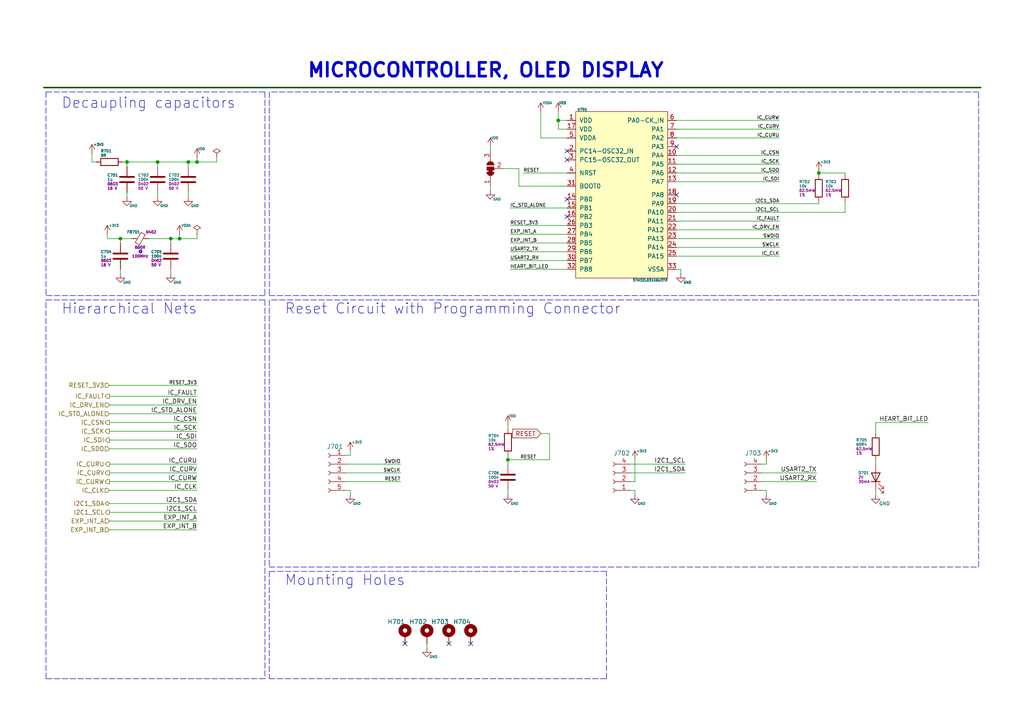
<source format=kicad_sch>
(kicad_sch (version 20211123) (generator eeschema)
  (paper "A4")
  (title_block (title "TMC6200-TA-T Eval Board") (date "2021-09-03") (rev "${REVISION}") (company "${COMPANY}") (comment 1 "${ENGINEER}") (comment 2 "${PHONE_NUMBER}") (comment 3 "${EMAIL}") (comment 4 "${SENTENCE}"))
  (lib_symbols
    (symbol "Connector:Conn_01x04_Female" (pin_names (offset 1.016) hide)
      (property "Reference" "J" (at 0 5.08 0))
      (property "Value" "Conn_01x04_Female" (at 0 -7.62 0))
      (symbol "Conn_01x04_Female_1_1"
        (arc (start 0 -4.572) (mid -0.508 -5.08) (end 0 -5.588) (stroke (width 0.1524)))
        (arc (start 0 -2.032) (mid -0.508 -2.54) (end 0 -3.048) (stroke (width 0.1524)))
        (polyline (pts (xy -1.27 -5.08) (xy -0.508 -5.08)) (stroke (width 0.1524)))
        (polyline (pts (xy -1.27 -2.54) (xy -0.508 -2.54)) (stroke (width 0.1524)))
        (polyline (pts (xy -1.27 0) (xy -0.508 0)) (stroke (width 0.1524)))
        (polyline (pts (xy -1.27 2.54) (xy -0.508 2.54)) (stroke (width 0.1524)))
        (arc (start 0 0.508) (mid -0.508 0) (end 0 -0.508) (stroke (width 0.1524)))
        (arc (start 0 3.048) (mid -0.508 2.54) (end 0 2.032) (stroke (width 0.1524)))
        (pin passive line (at -5.08 2.54 0) (length 3.81) (name "Pin_1") (number "1"))
        (pin passive line (at -5.08 0 0) (length 3.81) (name "Pin_2") (number "2"))
        (pin passive line (at -5.08 -2.54 0) (length 3.81) (name "Pin_3") (number "3"))
        (pin passive line (at -5.08 -5.08 0) (length 3.81) (name "Pin_4") (number "4"))
      )
    )
    (symbol "Connector:Conn_01x05_Female" (pin_names (offset 1.016) hide)
      (property "Reference" "J" (at 0 7.62 0))
      (property "Value" "Conn_01x05_Female" (at 0 -7.62 0))
      (symbol "Conn_01x05_Female_1_1"
        (arc (start 0 -4.572) (mid -0.508 -5.08) (end 0 -5.588) (stroke (width 0.1524)))
        (arc (start 0 -2.032) (mid -0.508 -2.54) (end 0 -3.048) (stroke (width 0.1524)))
        (polyline (pts (xy -1.27 -5.08) (xy -0.508 -5.08)) (stroke (width 0.1524)))
        (polyline (pts (xy -1.27 -2.54) (xy -0.508 -2.54)) (stroke (width 0.1524)))
        (polyline (pts (xy -1.27 0) (xy -0.508 0)) (stroke (width 0.1524)))
        (polyline (pts (xy -1.27 2.54) (xy -0.508 2.54)) (stroke (width 0.1524)))
        (polyline (pts (xy -1.27 5.08) (xy -0.508 5.08)) (stroke (width 0.1524)))
        (arc (start 0 0.508) (mid -0.508 0) (end 0 -0.508) (stroke (width 0.1524)))
        (arc (start 0 3.048) (mid -0.508 2.54) (end 0 2.032) (stroke (width 0.1524)))
        (arc (start 0 5.588) (mid -0.508 5.08) (end 0 4.572) (stroke (width 0.1524)))
        (pin passive line (at -5.08 5.08 0) (length 3.81) (name "Pin_1") (number "1"))
        (pin passive line (at -5.08 2.54 0) (length 3.81) (name "Pin_2") (number "2"))
        (pin passive line (at -5.08 0 0) (length 3.81) (name "Pin_3") (number "3"))
        (pin passive line (at -5.08 -2.54 0) (length 3.81) (name "Pin_4") (number "4"))
        (pin passive line (at -5.08 -5.08 0) (length 3.81) (name "Pin_5") (number "5"))
      )
    )
    (symbol "Device:C" (pin_numbers hide) (pin_names (offset 0.254))
      (property "Reference" "C" (at 0.635 2.54 0))
      (property "Value" "C" (at 0.635 -2.54 0))
      (symbol "C_0_1"
        (polyline (pts (xy -2.032 -0.762) (xy 2.032 -0.762)) (stroke (width 0.508)))
        (polyline (pts (xy -2.032 0.762) (xy 2.032 0.762)) (stroke (width 0.508)))
      )
      (symbol "C_1_1"
        (pin passive line (at 0 3.81 270) (length 2.794) (name "~") (number "1"))
        (pin passive line (at 0 -3.81 90) (length 2.794) (name "~") (number "2"))
      )
    )
    (symbol "Device:Ferrite_Bead_Small" (pin_numbers hide) (pin_names (offset 0))
      (property "Reference" "FB" (at 1.905 1.27 0))
      (property "Value" "Device_Ferrite_Bead_Small" (at 1.905 -1.27 0))
      (symbol "Ferrite_Bead_Small_0_1"
        (polyline (pts (xy 0 -1.27) (xy 0 -0.7874)))
        (polyline (pts (xy 0 0.889) (xy 0 1.2954)))
        (polyline (pts (xy -1.8288 0.2794) (xy -1.1176 1.4986) (xy 1.8288 -0.2032) (xy 1.1176 -1.4224) (xy -1.8288 0.2794)))
      )
      (symbol "Ferrite_Bead_Small_1_1"
        (pin passive line (at 0 2.54 270) (length 1.27) (name "~") (number "1"))
        (pin passive line (at 0 -2.54 90) (length 1.27) (name "~") (number "2"))
      )
    )
    (symbol "Device:LED" (pin_numbers hide) (pin_names (offset 1.016) hide)
      (property "Reference" "D" (at 0 2.54 0))
      (property "Value" "LED" (at 0 -2.54 0))
      (symbol "LED_0_1"
        (polyline (pts (xy -1.27 -1.27) (xy -1.27 1.27)) (stroke (width 0.254)))
        (polyline (pts (xy -1.27 0) (xy 1.27 0)))
        (polyline (pts (xy 1.27 -1.27) (xy 1.27 1.27) (xy -1.27 0) (xy 1.27 -1.27)) (stroke (width 0.254)))
        (polyline (pts (xy -3.048 -0.762) (xy -4.572 -2.286) (xy -3.81 -2.286) (xy -4.572 -2.286) (xy -4.572 -1.524)))
        (polyline (pts (xy -1.778 -0.762) (xy -3.302 -2.286) (xy -2.54 -2.286) (xy -3.302 -2.286) (xy -3.302 -1.524)))
      )
      (symbol "LED_1_1"
        (pin passive line (at -3.81 0 0) (length 2.54) (name "K") (number "1"))
        (pin passive line (at 3.81 0 180) (length 2.54) (name "A") (number "2"))
      )
    )
    (symbol "Device:R" (pin_numbers hide) (pin_names (offset 0))
      (property "Reference" "R" (at 2.032 0 90))
      (property "Value" "R" (at 0 0 90))
      (symbol "R_0_1"
        (rectangle (start -1.016 -2.54) (end 1.016 2.54) (stroke (width 0.254)))
      )
      (symbol "R_1_1"
        (pin passive line (at 0 3.81 270) (length 1.27) (name "~") (number "1"))
        (pin passive line (at 0 -3.81 90) (length 1.27) (name "~") (number "2"))
      )
    )
    (symbol "FZ6N_GATEWAY:STM32L031K6U3TR" (pin_names (offset 1.016))
      (property "Reference" "U" (at -12.065 25.4 0))
      (property "Value" "STM32L031K6U3TR" (at 4.445 -25.4 0))
      (symbol "STM32L031K6U3TR_0_0"
        (pin power_in line (at -15.875 21.59 0) (length 2.54) (name "VDD") (number "1"))
        (pin passive line (at 15.875 11.43 180) (length 2.54) (name "PA4") (number "10"))
        (pin passive line (at 15.875 8.89 180) (length 2.54) (name "PA5") (number "11"))
        (pin passive line (at 15.875 6.35 180) (length 2.54) (name "PA6") (number "12"))
        (pin passive line (at 15.875 3.81 180) (length 2.54) (name "PA7") (number "13"))
        (pin passive line (at -15.875 -1.27 0) (length 2.54) (name "PB0") (number "14"))
        (pin passive line (at -15.875 -3.81 0) (length 2.54) (name "PB1") (number "15"))
        (pin passive line (at -15.875 -6.35 0) (length 2.54) (name "PB2") (number "16"))
        (pin power_in line (at -15.875 19.05 0) (length 2.54) (name "VDD") (number "17"))
        (pin passive line (at 15.875 0 180) (length 2.54) (name "PA8") (number "18"))
        (pin passive line (at 15.875 -2.54 180) (length 2.54) (name "PA9") (number "19"))
        (pin passive line (at -15.875 12.7 0) (length 2.54) (name "PC14-OSC32_IN") (number "2"))
        (pin passive line (at 15.875 -5.08 180) (length 2.54) (name "PA10") (number "20"))
        (pin passive line (at 15.875 -7.62 180) (length 2.54) (name "PA11") (number "21"))
        (pin passive line (at 15.875 -10.16 180) (length 2.54) (name "PA12") (number "22"))
        (pin passive line (at 15.875 -12.7 180) (length 2.54) (name "PA13") (number "23"))
        (pin passive line (at 15.875 -15.24 180) (length 2.54) (name "PA14") (number "24"))
        (pin passive line (at 15.875 -17.78 180) (length 2.54) (name "PA15") (number "25"))
        (pin passive line (at -15.875 -8.89 0) (length 2.54) (name "PB3") (number "26"))
        (pin passive line (at -15.875 -11.43 0) (length 2.54) (name "PB4") (number "27"))
        (pin passive line (at -15.875 -13.97 0) (length 2.54) (name "PB5") (number "28"))
        (pin passive line (at -15.875 -16.51 0) (length 2.54) (name "PB6") (number "29"))
        (pin passive line (at -15.875 10.16 0) (length 2.54) (name "PC15-OSC32_OUT") (number "3"))
        (pin passive line (at -15.875 -19.05 0) (length 2.54) (name "PB7") (number "30"))
        (pin passive line (at -15.875 2.54 0) (length 2.54) (name "BOOT0") (number "31"))
        (pin passive line (at -15.875 -21.59 0) (length 2.54) (name "PB8") (number "32"))
        (pin power_in line (at 15.875 -21.59 180) (length 2.54) (name "VSSA") (number "33"))
        (pin bidirectional line (at -15.875 6.35 0) (length 2.54) (name "NRST") (number "4"))
        (pin power_in line (at -15.875 16.51 0) (length 2.54) (name "VDDA") (number "5"))
        (pin passive line (at 15.875 21.59 180) (length 2.54) (name "PA0-CK_IN") (number "6"))
        (pin passive line (at 15.875 19.05 180) (length 2.54) (name "PA1") (number "7"))
        (pin passive line (at 15.875 16.51 180) (length 2.54) (name "PA2") (number "8"))
        (pin passive line (at 15.875 13.97 180) (length 2.54) (name "PA3") (number "9"))
      )
      (symbol "STM32L031K6U3TR_0_1"
        (rectangle (start -13.335 24.13) (end 13.335 -24.13) (fill (type background)))
      )
    )
    (symbol "Jumper:SolderJumper_3_Bridged12" (pin_names (offset 0) hide)
      (property "Reference" "JP" (at -2.54 -2.54 0))
      (property "Value" "SolderJumper_3_Bridged12" (at 0 2.794 0))
      (symbol "SolderJumper_3_Bridged12_0_1"
        (rectangle (start -1.016 0.508) (end -0.508 -0.508) (fill (type outline)))
        (arc (start -1.016 1.016) (mid -2.032 0) (end -1.016 -1.016))
        (arc (start -1.016 1.016) (mid -2.032 0) (end -1.016 -1.016) (fill (type outline)))
        (rectangle (start -0.508 1.016) (end 0.508 -1.016) (fill (type outline)))
        (polyline (pts (xy -2.54 0) (xy -2.032 0)))
        (polyline (pts (xy -1.016 1.016) (xy -1.016 -1.016)))
        (polyline (pts (xy 0 -1.27) (xy 0 -1.016)))
        (polyline (pts (xy 1.016 1.016) (xy 1.016 -1.016)))
        (polyline (pts (xy 2.54 0) (xy 2.032 0)))
        (arc (start 1.016 -1.016) (mid 2.032 0) (end 1.016 1.016))
        (arc (start 1.016 -1.016) (mid 2.032 0) (end 1.016 1.016) (fill (type outline)))
      )
      (symbol "SolderJumper_3_Bridged12_1_1"
        (pin passive line (at -5.08 0 0) (length 2.54) (name "A") (number "1"))
        (pin passive line (at 0 -3.81 90) (length 2.54) (name "C") (number "2"))
        (pin passive line (at 5.08 0 180) (length 2.54) (name "B") (number "3"))
      )
    )
    (symbol "Mechanical:MountingHole_Pad" (pin_numbers hide) (pin_names (offset 1.016) hide)
      (property "Reference" "H" (at 0 6.35 0))
      (property "Value" "MountingHole_Pad" (at 0 4.445 0))
      (symbol "MountingHole_Pad_0_1"
        (circle (center 0 1.27) (radius 1.27) (stroke (width 1.27)))
      )
      (symbol "MountingHole_Pad_1_1"
        (pin input line (at 0 -2.54 90) (length 2.54) (name "1") (number "1"))
      )
    )
    (symbol "power:+3.3V" (power) (pin_names (offset 0))
      (property "Value" "+3.3V" (at 0 3.556 0))
      (symbol "+3.3V_0_1"
        (polyline (pts (xy -0.762 1.27) (xy 0 2.54)))
        (polyline (pts (xy 0 0) (xy 0 2.54)))
        (polyline (pts (xy 0 2.54) (xy 0.762 1.27)))
      )
      (symbol "+3.3V_1_1"
        (pin power_in line (at 0 0 90) (length 0) hide (name "+3V3") (number "1"))
      )
    )
    (symbol "power:GND" (power) (pin_names (offset 0))
      (property "Value" "GND" (at 0 -3.81 0))
      (symbol "GND_0_1"
        (polyline (pts (xy 0 0) (xy 0 -1.27) (xy 1.27 -1.27) (xy 0 -2.54) (xy -1.27 -1.27) (xy 0 -1.27)))
      )
      (symbol "GND_1_1"
        (pin power_in line (at 0 0 270) (length 0) hide (name "GND") (number "1"))
      )
    )
    (symbol "power:PWR_FLAG" (power) (pin_numbers hide) (pin_names (offset 0) hide)
      (property "Value" "PWR_FLAG" (at 0 3.81 0))
      (symbol "PWR_FLAG_0_0"
        (pin power_out line (at 0 0 90) (length 0) (name "pwr") (number "1"))
      )
      (symbol "PWR_FLAG_0_1"
        (polyline (pts (xy 0 0) (xy 0 1.27) (xy -1.016 1.905) (xy 0 2.54) (xy 1.016 1.905) (xy 0 1.27)))
      )
    )
    (symbol "power:VDD" (power) (pin_names (offset 0))
      (property "Value" "VDD" (at 0 3.81 0))
      (symbol "VDD_0_1"
        (polyline (pts (xy -0.762 1.27) (xy 0 2.54)))
        (polyline (pts (xy 0 0) (xy 0 2.54)))
        (polyline (pts (xy 0 2.54) (xy 0.762 1.27)))
      )
      (symbol "VDD_1_1"
        (pin power_in line (at 0 0 90) (length 0) hide (name "VDD") (number "1"))
      )
    )
    (symbol "power:VDDA" (power) (pin_names (offset 0))
      (property "Value" "VDDA" (at 0 3.81 0))
      (symbol "VDDA_0_1"
        (polyline (pts (xy -0.762 1.27) (xy 0 2.54)))
        (polyline (pts (xy 0 0) (xy 0 2.54)))
        (polyline (pts (xy 0 2.54) (xy 0.762 1.27)))
      )
      (symbol "VDDA_1_1"
        (pin power_in line (at 0 0 90) (length 0) hide (name "VDDA") (number "1"))
      )
    )
  )
  (junction (at 147.32 133.35))
  (junction (at 36.83 46.99))
  (junction (at 49.53 69.215))
  (junction (at 34.925 69.215))
  (junction (at 237.49 50.165))
  (junction (at 161.925 34.925))
  (junction (at 52.07 69.215))
  (junction (at 57.15 46.99))
  (junction (at 54.61 46.99))
  (junction (at 45.72 46.99))
  (no_connect (at 117.475 186.69))
  (no_connect (at 196.215 56.515))
  (no_connect (at 164.465 43.815))
  (no_connect (at 164.465 57.785))
  (no_connect (at 164.465 46.355))
  (no_connect (at 136.525 186.69))
  (no_connect (at 130.175 186.69))
  (no_connect (at 196.215 42.545))
  (no_connect (at 164.465 62.865))
  (bus_entry (at 339.725 67.31) (size 2.54 2.54))
  (wire (pts (xy 31.75 111.76) (xy 57.15 111.76)))
  (wire (pts (xy 26.67 46.99) (xy 27.94 46.99)))
  (wire (pts (xy 57.15 46.99) (xy 57.15 45.72)))
  (wire (pts (xy 52.07 69.215) (xy 52.07 67.945)))
  (wire (pts (xy 57.15 122.555) (xy 31.75 122.555)))
  (wire (pts (xy 226.06 64.135) (xy 196.215 64.135)))
  (wire (pts (xy 147.955 67.945) (xy 164.465 67.945)))
  (wire (pts (xy 184.15 139.7) (xy 182.88 139.7)))
  (wire (pts (xy 31.75 114.935) (xy 57.15 114.935)))
  (wire (pts (xy 196.215 66.675) (xy 226.06 66.675)))
  (wire (pts (xy 34.925 69.215) (xy 38.1 69.215)))
  (wire (pts (xy 31.115 69.215) (xy 31.115 67.945)))
  (wire (pts (xy 164.465 37.465) (xy 161.925 37.465)))
  (wire (pts (xy 36.83 46.99) (xy 36.83 48.26)))
  (wire (pts (xy 57.15 137.16) (xy 31.75 137.16)))
  (wire (pts (xy 226.06 37.465) (xy 196.215 37.465)))
  (wire (pts (xy 45.72 46.99) (xy 54.61 46.99)))
  (wire (pts (xy 161.925 32.385) (xy 161.925 34.925)))
  (wire (pts (xy 156.845 125.73) (xy 159.385 125.73)))
  (wire (pts (xy 147.32 143.51) (xy 147.32 142.24)))
  (wire (pts (xy 254 134.62) (xy 254 133.35)))
  (wire (pts (xy 150.495 48.895) (xy 146.05 48.895)))
  (polyline (pts (xy 13.335 26.67) (xy 13.335 85.725)))
  (wire (pts (xy 45.72 57.15) (xy 45.72 55.88)))
  (wire (pts (xy 237.49 50.165) (xy 245.11 50.165)))
  (wire (pts (xy 254 142.24) (xy 254 143.51)))
  (polyline (pts (xy 175.895 196.85) (xy 175.895 165.735)))
  (wire (pts (xy 226.06 52.705) (xy 196.215 52.705)))
  (wire (pts (xy 49.53 69.215) (xy 52.07 69.215)))
  (wire (pts (xy 196.215 71.755) (xy 226.06 71.755)))
  (wire (pts (xy 237.49 49.53) (xy 237.49 50.165)))
  (wire (pts (xy 196.215 61.595) (xy 245.11 61.595)))
  (wire (pts (xy 57.15 146.05) (xy 31.75 146.05)))
  (wire (pts (xy 147.955 70.485) (xy 164.465 70.485)))
  (wire (pts (xy 54.61 46.99) (xy 57.15 46.99)))
  (wire (pts (xy 226.06 47.625) (xy 196.215 47.625)))
  (wire (pts (xy 147.32 133.35) (xy 147.32 132.08)))
  (polyline (pts (xy 13.335 86.995) (xy 76.835 86.995)))
  (wire (pts (xy 147.32 134.62) (xy 147.32 133.35)))
  (wire (pts (xy 101.6 142.24) (xy 101.6 143.51)))
  (wire (pts (xy 43.18 69.215) (xy 49.53 69.215)))
  (wire (pts (xy 182.88 142.24) (xy 184.15 142.24)))
  (wire (pts (xy 164.465 65.405) (xy 147.955 65.405)))
  (wire (pts (xy 220.98 137.16) (xy 236.855 137.16)))
  (wire (pts (xy 151.765 50.165) (xy 164.465 50.165)))
  (wire (pts (xy 196.215 69.215) (xy 226.06 69.215)))
  (wire (pts (xy 54.61 57.15) (xy 54.61 55.88)))
  (polyline (pts (xy 283.845 26.67) (xy 78.105 26.67)))
  (wire (pts (xy 34.925 78.105) (xy 34.925 79.375)))
  (wire (pts (xy 245.11 50.8) (xy 245.11 50.165)))
  (wire (pts (xy 197.485 78.105) (xy 196.215 78.105)))
  (wire (pts (xy 49.53 78.105) (xy 49.53 79.375)))
  (wire (pts (xy 57.15 148.59) (xy 31.75 148.59)))
  (polyline (pts (xy 76.835 86.995) (xy 76.835 196.85)))
  (polyline (pts (xy 175.895 165.735) (xy 78.105 165.735)))
  (wire (pts (xy 100.33 132.08) (xy 101.6 132.08)))
  (wire (pts (xy 184.15 133.35) (xy 184.15 139.7)))
  (wire (pts (xy 222.25 142.24) (xy 222.25 143.51)))
  (wire (pts (xy 57.15 134.62) (xy 31.75 134.62)))
  (polyline (pts (xy 78.105 26.67) (xy 78.105 85.725)))
  (wire (pts (xy 147.32 124.46) (xy 147.32 123.19)))
  (wire (pts (xy 254 122.555) (xy 254 125.73)))
  (wire (pts (xy 196.215 59.055) (xy 237.49 59.055)))
  (wire (pts (xy 31.75 142.24) (xy 57.15 142.24)))
  (wire (pts (xy 197.485 79.375) (xy 197.485 78.105)))
  (wire (pts (xy 123.825 187.96) (xy 123.825 186.69)))
  (wire (pts (xy 147.955 78.105) (xy 164.465 78.105)))
  (wire (pts (xy 57.15 127.635) (xy 31.75 127.635)))
  (polyline (pts (xy 78.105 86.995) (xy 78.105 164.465)))
  (polyline (pts (xy 76.835 196.85) (xy 13.335 196.85)))
  (wire (pts (xy 100.33 137.16) (xy 116.205 137.16)))
  (wire (pts (xy 164.465 60.325) (xy 147.955 60.325)))
  (polyline (pts (xy 78.105 164.465) (xy 283.845 164.465)))
  (polyline (pts (xy 78.105 165.735) (xy 78.105 196.85)))
  (wire (pts (xy 142.24 42.545) (xy 142.24 43.815)))
  (wire (pts (xy 100.33 139.7) (xy 116.205 139.7)))
  (wire (pts (xy 57.15 46.99) (xy 62.865 46.99)))
  (polyline (pts (xy 12.7 25.4) (xy 284.48 25.4)) (stroke (width 0.4064) (type solid) (color 0 72 0 1)))
  (wire (pts (xy 57.15 151.13) (xy 31.75 151.13)))
  (wire (pts (xy 57.15 67.945) (xy 57.15 69.215)))
  (wire (pts (xy 100.33 142.24) (xy 101.6 142.24)))
  (wire (pts (xy 161.925 34.925) (xy 164.465 34.925)))
  (wire (pts (xy 220.98 139.7) (xy 236.855 139.7)))
  (wire (pts (xy 159.385 125.73) (xy 159.385 133.35)))
  (wire (pts (xy 57.15 130.175) (xy 31.75 130.175)))
  (wire (pts (xy 222.25 133.35) (xy 222.25 134.62)))
  (polyline (pts (xy 76.835 26.67) (xy 76.835 85.725)))
  (wire (pts (xy 142.24 55.245) (xy 142.24 53.975)))
  (wire (pts (xy 164.465 53.975) (xy 150.495 53.975)))
  (wire (pts (xy 164.465 75.565) (xy 147.955 75.565)))
  (wire (pts (xy 226.06 45.085) (xy 196.215 45.085)))
  (wire (pts (xy 57.15 139.7) (xy 31.75 139.7)))
  (wire (pts (xy 226.06 50.165) (xy 196.215 50.165)))
  (polyline (pts (xy 283.845 164.465) (xy 283.845 86.995)))
  (wire (pts (xy 57.15 69.215) (xy 52.07 69.215)))
  (wire (pts (xy 31.75 117.475) (xy 57.15 117.475)))
  (polyline (pts (xy 283.845 85.725) (xy 283.845 26.67)))
  (wire (pts (xy 62.865 46.99) (xy 62.865 45.72)))
  (polyline (pts (xy 13.335 26.67) (xy 76.835 26.67)))
  (wire (pts (xy 101.6 132.08) (xy 101.6 130.81)))
  (wire (pts (xy 164.465 73.025) (xy 147.955 73.025)))
  (wire (pts (xy 182.88 134.62) (xy 198.755 134.62)))
  (wire (pts (xy 222.25 134.62) (xy 220.98 134.62)))
  (wire (pts (xy 164.465 40.005) (xy 156.845 40.005)))
  (polyline (pts (xy 76.835 85.725) (xy 13.335 85.725)))
  (wire (pts (xy 54.61 46.99) (xy 54.61 48.26)))
  (wire (pts (xy 31.75 153.67) (xy 57.15 153.67)))
  (wire (pts (xy 182.88 137.16) (xy 198.755 137.16)))
  (wire (pts (xy 254 122.555) (xy 269.24 122.555)))
  (wire (pts (xy 156.845 32.385) (xy 156.845 40.005)))
  (wire (pts (xy 34.925 69.215) (xy 34.925 70.485)))
  (polyline (pts (xy 283.845 86.995) (xy 78.105 86.995)))
  (wire (pts (xy 45.72 46.99) (xy 45.72 48.26)))
  (wire (pts (xy 150.495 53.975) (xy 150.495 48.895)))
  (wire (pts (xy 57.15 125.095) (xy 31.75 125.095)))
  (wire (pts (xy 237.49 59.055) (xy 237.49 58.42)))
  (wire (pts (xy 35.56 46.99) (xy 36.83 46.99)))
  (wire (pts (xy 147.32 133.35) (xy 159.385 133.35)))
  (polyline (pts (xy 78.105 85.725) (xy 283.845 85.725)))
  (wire (pts (xy 161.925 34.925) (xy 161.925 37.465)))
  (wire (pts (xy 220.98 142.24) (xy 222.25 142.24)))
  (wire (pts (xy 100.33 134.62) (xy 116.205 134.62)))
  (wire (pts (xy 245.11 61.595) (xy 245.11 58.42)))
  (wire (pts (xy 184.15 142.24) (xy 184.15 143.51)))
  (polyline (pts (xy 13.335 196.85) (xy 13.335 86.995)))
  (wire (pts (xy 49.53 69.215) (xy 49.53 70.485)))
  (wire (pts (xy 226.06 34.925) (xy 196.215 34.925)))
  (wire (pts (xy 237.49 50.165) (xy 237.49 50.8)))
  (polyline (pts (xy 78.105 196.85) (xy 175.895 196.85)))
  (wire (pts (xy 26.67 44.45) (xy 26.67 46.99)))
  (wire (pts (xy 36.83 57.15) (xy 36.83 55.88)))
  (wire (pts (xy 196.215 74.295) (xy 226.06 74.295)))
  (wire (pts (xy 36.83 46.99) (xy 45.72 46.99)))
  (wire (pts (xy 57.15 120.015) (xy 31.75 120.015)))
  (wire (pts (xy 31.115 69.215) (xy 34.925 69.215)))
  (wire (pts (xy 226.06 40.005) (xy 196.215 40.005)))
  (text "Reset Circuit with Programming Connector" (at 82.55 91.44 0) (effects (font (size 2.9972 2.9972)) (justify left bottom)))
  (text "@" (at 40.005 73.66 0) (effects (font (size 0.9906 0.9906)) (justify left bottom)))
  (text "Hierarchical Nets" (at 17.78 91.44 0) (effects (font (size 2.9972 2.9972)) (justify left bottom)))
  (text "Decaupling capacitors" (at 17.78 31.75 0) (effects (font (size 2.9972 2.9972)) (justify left bottom)))
  (text "MICROCONTROLLER, OLED DISPLAY" (at 88.9 22.86 0) (effects (font (size 3.9878 3.9878) (thickness 0.7976) bold) (justify left bottom)))
  (text "Mounting Holes" (at 82.55 170.18 0) (effects (font (size 2.9972 2.9972)) (justify left bottom)))
  (label "USART2_TX" (at 147.955 73.025 0) (effects (font (size 0.9906 0.9906))))
  (label "IC_CURV" (at 226.06 37.465 180) (effects (font (size 0.9906 0.9906))))
  (label "EXP_INT_A" (at 147.955 67.945 0) (effects (font (size 0.9906 0.9906))))
  (label "I2C1_SDA" (at 57.15 146.05 180))
  (label "IC_CSN" (at 226.06 45.085 180) (effects (font (size 0.9906 0.9906))))
  (label "I2C1_SDA" (at 226.06 59.055 180) (effects (font (size 0.9906 0.9906))))
  (label "USART2_RX" (at 147.955 75.565 0) (effects (font (size 0.9906 0.9906))))
  (label "IC_CLK" (at 226.06 74.295 180) (effects (font (size 0.9906 0.9906))))
  (label "I2C1_SCL" (at 226.06 61.595 180) (effects (font (size 0.9906 0.9906))))
  (label "I2C1_SCL" (at 57.15 148.59 180))
  (label "EXP_INT_B" (at 147.955 70.485 0) (effects (font (size 0.9906 0.9906))))
  (label "IC_CURW" (at 57.15 139.7 180))
  (label "IC_STD_ALONE" (at 57.15 120.015 180))
  (label "EXP_INT_A" (at 57.15 151.13 180))
  (label "SWCLK" (at 116.205 137.16 180) (effects (font (size 0.9906 0.9906))))
  (label "RESET_3V3" (at 147.955 65.405 0) (effects (font (size 0.9906 0.9906))))
  (label "IC_SCK" (at 57.15 125.095 180))
  (label "EXP_INT_B" (at 57.15 153.67 180))
  (label "RESET" (at 151.765 50.165 0) (effects (font (size 0.9906 0.9906))))
  (label "HEART_BIT_LED" (at 147.955 78.105 0) (effects (font (size 0.9906 0.9906))))
  (label "RESET" (at 116.205 139.7 180) (effects (font (size 0.9906 0.9906))))
  (label "IC_DRV_EN" (at 57.15 117.475 180))
  (label "RESET" (at 155.575 133.35 180) (effects (font (size 0.9906 0.9906))))
  (label "IC_DRV_EN" (at 226.06 66.675 180) (effects (font (size 0.9906 0.9906))))
  (label "SWDIO" (at 226.06 69.215 180) (effects (font (size 0.9906 0.9906))))
  (label "IC_FAULT" (at 226.06 64.135 180) (effects (font (size 0.9906 0.9906))))
  (label "RESET_3V3" (at 57.15 111.76 180) (effects (font (size 0.9906 0.9906))))
  (label "IC_CLK" (at 57.15 142.24 180))
  (label "IC_SDI" (at 57.15 127.635 180))
  (label "IC_SDO" (at 226.06 50.165 180) (effects (font (size 0.9906 0.9906))))
  (label "IC_SCK" (at 226.06 47.625 180) (effects (font (size 0.9906 0.9906))))
  (label "I2C1_SDA" (at 198.755 137.16 180))
  (label "USART2_TX" (at 236.855 137.16 180))
  (label "IC_SDI" (at 226.06 52.705 180) (effects (font (size 0.9906 0.9906))))
  (label "IC_CURV" (at 57.15 137.16 180))
  (label "IC_CURU" (at 57.15 134.62 180))
  (label "IC_CURU" (at 226.06 40.005 180) (effects (font (size 0.9906 0.9906))))
  (label "IC_FAULT" (at 57.15 114.935 180))
  (label "SWCLK" (at 226.06 71.755 180) (effects (font (size 0.9906 0.9906))))
  (label "I2C1_SCL" (at 198.755 134.62 180))
  (label "IC_SDO" (at 57.15 130.175 180))
  (label "IC_CSN" (at 57.15 122.555 180))
  (label "IC_STD_ALONE" (at 147.955 60.325 0) (effects (font (size 0.9906 0.9906))))
  (label "SWDIO" (at 116.205 134.62 180) (effects (font (size 0.9906 0.9906))))
  (label "HEART_BIT_LED" (at 269.24 122.555 180))
  (label "IC_CURW" (at 226.06 34.925 180) (effects (font (size 0.9906 0.9906))))
  (label "USART2_RX" (at 236.855 139.7 180))
  (global_label "RESET" (shape input) (at 156.845 125.73 180) (property "Intersheet References" "${INTERSHEET_REFS}" (at 0 0 0)))
  (hierarchical_label "RESET_3V3" (shape input) (at 31.75 111.76 180))
  (hierarchical_label "IC_DRV_EN" (shape input) (at 31.75 117.475 180))
  (hierarchical_label "IC_CSN" (shape output) (at 31.75 122.555 180))
  (hierarchical_label "IC_SDI" (shape output) (at 31.75 127.635 180))
  (hierarchical_label "IC_FAULT" (shape output) (at 31.75 114.935 180))
  (hierarchical_label "IC_CURU" (shape output) (at 31.75 134.62 180))
  (hierarchical_label "EXP_INT_A" (shape input) (at 31.75 151.13 180))
  (hierarchical_label "IC_CLK" (shape input) (at 31.75 142.24 180))
  (hierarchical_label "IC_SCK" (shape output) (at 31.75 125.095 180))
  (hierarchical_label "I2C1_SDA" (shape bidirectional) (at 31.75 146.05 180))
  (hierarchical_label "IC_SDO" (shape input) (at 31.75 130.175 180))
  (hierarchical_label "IC_CURW" (shape output) (at 31.75 139.7 180))
  (hierarchical_label "EXP_INT_B" (shape input) (at 31.75 153.67 180))
  (hierarchical_label "I2C1_SCL" (shape output) (at 31.75 148.59 180))
  (hierarchical_label "IC_CURV" (shape output) (at 31.75 137.16 180))
  (hierarchical_label "IC_STD_ALONE" (shape input) (at 31.75 120.015 180))
  (symbol (lib_id "FZ6N_GATEWAY:STM32L031K6U3TR") (at 180.34 56.515 0) (unit 1)
    (property "Reference" "U701" (at 168.91 31.75 0) (effects (font (size 0.7112 0.7112))))
    (property "Value" "STM32L031K6U3TR" (at 188.595 81.28 0) (effects (font (size 0.7112 0.7112))))
    (property "Footprint" "FZ6N_GATEWAY:STM32L031K6U3TR_UFQFPN32" (effects hide))
    (property "Datasheet" "https://pl.mouser.com/datasheet/2/389/dm00140359-1798360.pdf" (effects hide))
  )
  (symbol (lib_id "Device:C") (at 36.83 52.07 0) (mirror x) (unit 1)
    (property "Reference" "C701" (at 31.115 50.8 0) (effects (font (size 0.7874 0.7874)) (justify left)))
    (property "Value" "1u" (at 31.115 52.07 0) (effects (font (size 0.7874 0.7874)) (justify left)))
    (property "Footprint" "Capacitor_SMD:C_0603_1608Metric" (effects hide))
    (property "Datasheet" "https://pl.mouser.com/datasheet/2/212/KEM_C1002_X7R_SMD-1102033.pdf" (effects hide))
    (property "Manufacturer" "KEMET" (effects hide))
    (property "Mfg number" "C0603C105K4RACTU " (effects hide))
    (property "Package" "0603" (at 31.115 53.34 0) (effects (font (size 0.7874 0.7874)) (justify left)))
    (property "Voltage" "16 V" (at 31.115 54.61 0) (effects (font (size 0.7874 0.7874)) (justify left)))
    (property "Izolation material" "X7R" (effects hide))
    (property "Tolerance" "10 %" (effects hide))
    (property "Part Number" "C0603C105K4RACTU " (effects hide))
  )
  (symbol (lib_id "Device:C") (at 34.925 74.295 0) (mirror x) (unit 1)
    (property "Reference" "C704" (at 29.21 73.025 0) (effects (font (size 0.7874 0.7874)) (justify left)))
    (property "Value" "1u" (at 29.21 74.295 0) (effects (font (size 0.7874 0.7874)) (justify left)))
    (property "Footprint" "Capacitor_SMD:C_0603_1608Metric" (effects hide))
    (property "Datasheet" "https://pl.mouser.com/datasheet/2/212/KEM_C1002_X7R_SMD-1102033.pdf" (effects hide))
    (property "Manufacturer" "KEMET" (effects hide))
    (property "Mfg number" "C0603C105K4RACTU " (effects hide))
    (property "Package" "0603" (at 29.21 75.565 0) (effects (font (size 0.7874 0.7874)) (justify left)))
    (property "Voltage" "16 V" (at 29.21 76.835 0) (effects (font (size 0.7874 0.7874)) (justify left)))
    (property "Izolation material" "X7R" (effects hide))
    (property "Tolerance" "10 %" (effects hide))
    (property "Part Number" "C0603C105K4RACTU " (effects hide))
  )
  (symbol (lib_id "Device:C") (at 45.72 52.07 0) (unit 1)
    (property "Reference" "C702" (at 40.005 50.8 0) (effects (font (size 0.7874 0.7874)) (justify left)))
    (property "Value" "100n" (at 40.005 52.07 0) (effects (font (size 0.7874 0.7874)) (justify left)))
    (property "Footprint" "Capacitor_SMD:C_0402_1005Metric" (effects hide))
    (property "Datasheet" "https://pl.mouser.com/datasheet/2/281/1/GRM155C71H104JE19_01A-1983567.pdf" (effects hide))
    (property "Manufacturer" "Murata Electronics" (effects hide))
    (property "Mfg number" "GRM155C71H104JE19D " (effects hide))
    (property "Package" "0402" (at 40.005 53.34 0) (effects (font (size 0.7874 0.7874)) (justify left)))
    (property "Voltage" "50 V" (at 40.005 54.61 0) (effects (font (size 0.7874 0.7874)) (justify left)))
    (property "Izolation material" "X7S" (effects hide))
    (property "Tolerance" "5%" (effects hide))
    (property "Part Number" "GRM155C71H104JE19D " (effects hide))
  )
  (symbol (lib_id "Device:C") (at 54.61 52.07 0) (unit 1)
    (property "Reference" "C703" (at 48.895 50.8 0) (effects (font (size 0.7874 0.7874)) (justify left)))
    (property "Value" "100n" (at 48.895 52.07 0) (effects (font (size 0.7874 0.7874)) (justify left)))
    (property "Footprint" "Capacitor_SMD:C_0402_1005Metric" (effects hide))
    (property "Datasheet" "https://pl.mouser.com/datasheet/2/281/1/GRM155C71H104JE19_01A-1983567.pdf" (effects hide))
    (property "Manufacturer" "Murata Electronics" (effects hide))
    (property "Mfg number" "GRM155C71H104JE19D " (effects hide))
    (property "Package" "0402" (at 48.895 53.34 0) (effects (font (size 0.7874 0.7874)) (justify left)))
    (property "Voltage" "50 V" (at 48.895 54.61 0) (effects (font (size 0.7874 0.7874)) (justify left)))
    (property "Izolation material" "X7S" (effects hide))
    (property "Tolerance" "5%" (effects hide))
    (property "Part Number" "GRM155C71H104JE19D " (effects hide))
  )
  (symbol (lib_id "Device:C") (at 49.53 74.295 0) (unit 1)
    (property "Reference" "C705" (at 43.815 73.025 0) (effects (font (size 0.7874 0.7874)) (justify left)))
    (property "Value" "100n" (at 43.815 74.295 0) (effects (font (size 0.7874 0.7874)) (justify left)))
    (property "Footprint" "Capacitor_SMD:C_0402_1005Metric" (effects hide))
    (property "Datasheet" "https://pl.mouser.com/datasheet/2/281/1/GRM155C71H104JE19_01A-1983567.pdf" (effects hide))
    (property "Manufacturer" "Murata Electronics" (effects hide))
    (property "Mfg number" "GRM155C71H104JE19D " (effects hide))
    (property "Package" "0402" (at 43.815 75.565 0) (effects (font (size 0.7874 0.7874)) (justify left)))
    (property "Voltage" "50 V" (at 43.815 76.835 0) (effects (font (size 0.7874 0.7874)) (justify left)))
    (property "Izolation material" "X7S" (effects hide))
    (property "Tolerance" "5%" (effects hide))
    (property "Part Number" "GRM155C71H104JE19D " (effects hide))
  )
  (symbol (lib_id "power:+3.3V") (at 26.67 44.45 0) (unit 1)
    (property "Reference" "#PWR0704" (effects hide))
    (property "Value" "+3.3V" (at 28.575 41.91 0) (effects (font (size 0.7112 0.7112))))
  )
  (symbol (lib_id "power:+3.3V") (at 31.115 67.945 0) (unit 1)
    (property "Reference" "#PWR0711" (effects hide))
    (property "Value" "+3.3V" (at 33.02 65.405 0) (effects (font (size 0.7112 0.7112))))
  )
  (symbol (lib_id "power:GND") (at 197.485 79.375 0) (mirror y) (unit 1)
    (property "Reference" "#PWR0715" (effects hide))
    (property "Value" "GND" (at 199.39 81.915 0) (effects (font (size 0.7112 0.7112))))
  )
  (symbol (lib_id "power:GND") (at 36.83 57.15 0) (mirror y) (unit 1)
    (property "Reference" "#PWR0708" (effects hide))
    (property "Value" "GND" (at 38.735 59.69 0) (effects (font (size 0.7112 0.7112))))
  )
  (symbol (lib_id "power:GND") (at 45.72 57.15 0) (mirror y) (unit 1)
    (property "Reference" "#PWR0709" (effects hide))
    (property "Value" "GND" (at 47.625 59.69 0) (effects (font (size 0.7112 0.7112))))
  )
  (symbol (lib_id "power:GND") (at 54.61 57.15 0) (mirror y) (unit 1)
    (property "Reference" "#PWR0710" (effects hide))
    (property "Value" "GND" (at 56.515 59.69 0) (effects (font (size 0.7112 0.7112))))
  )
  (symbol (lib_id "power:GND") (at 49.53 79.375 0) (mirror y) (unit 1)
    (property "Reference" "#PWR0714" (effects hide))
    (property "Value" "GND" (at 51.435 81.915 0) (effects (font (size 0.7112 0.7112))))
  )
  (symbol (lib_id "power:GND") (at 34.925 79.375 0) (mirror y) (unit 1)
    (property "Reference" "#PWR0713" (effects hide))
    (property "Value" "GND" (at 36.83 81.915 0) (effects (font (size 0.7112 0.7112))))
  )
  (symbol (lib_id "Device:Ferrite_Bead_Small") (at 40.64 69.215 270) (unit 1)
    (property "Reference" "FB701" (at 38.735 67.31 90) (effects (font (size 0.7874 0.7874))))
    (property "Value" "Ferrite_Bead" (effects hide))
    (property "Footprint" "Inductor_SMD:L_0402_1005Metric" (effects hide))
    (property "Datasheet" "https://pl.mouser.com/datasheet/2/281/QNFA9118-1915745.pdf" (effects hide))
    (property "Manufacturer" "Murata Electronics" (effects hide))
    (property "Package" "0402" (at 43.815 67.31 90) (effects (font (size 0.7874 0.7874))))
    (property "Part Number" "BLM15BD601SZ1D" (effects hide))
    (property "Impedance" "600R" (at 40.64 71.755 90) (effects (font (size 0.7874 0.7874))))
    (property "Max DC Current" "200mA" (effects hide))
    (property "Tolerance" "25%" (effects hide))
    (property "Max DC Resistance" "650mR" (effects hide))
    (property "Frequency" "100MHz" (at 40.64 74.295 90) (effects (font (size 0.7874 0.7874))))
  )
  (symbol (lib_id "power:VDD") (at 57.15 45.72 0) (unit 1)
    (property "Reference" "#PWR0705" (effects hide))
    (property "Value" "VDD" (at 58.42 43.18 0) (effects (font (size 0.7112 0.7112))))
  )
  (symbol (lib_id "power:VDDA") (at 52.07 67.945 0) (unit 1)
    (property "Reference" "#PWR0712" (effects hide))
    (property "Value" "VDDA" (at 53.975 65.405 0) (effects (font (size 0.7112 0.7112))))
  )
  (symbol (lib_id "power:VDDA") (at 156.845 32.385 0) (unit 1)
    (property "Reference" "#PWR0701" (effects hide))
    (property "Value" "VDDA" (at 158.75 29.845 0) (effects (font (size 0.7112 0.7112))))
  )
  (symbol (lib_id "power:VDD") (at 161.925 32.385 0) (unit 1)
    (property "Reference" "#PWR0702" (effects hide))
    (property "Value" "VDD" (at 163.195 29.845 0) (effects (font (size 0.7112 0.7112))))
  )
  (symbol (lib_id "power:VDD") (at 147.32 123.19 0) (unit 1)
    (property "Reference" "#PWR0716" (effects hide))
    (property "Value" "VDD" (at 148.59 120.65 0) (effects (font (size 0.7112 0.7112))))
  )
  (symbol (lib_id "power:GND") (at 147.32 143.51 0) (mirror y) (unit 1)
    (property "Reference" "#PWR0721" (effects hide))
    (property "Value" "GND" (at 149.225 146.05 0) (effects (font (size 0.7112 0.7112))))
  )
  (symbol (lib_id "Device:C") (at 147.32 138.43 0) (unit 1)
    (property "Reference" "C706" (at 141.605 137.16 0) (effects (font (size 0.7874 0.7874)) (justify left)))
    (property "Value" "100n" (at 141.605 138.43 0) (effects (font (size 0.7874 0.7874)) (justify left)))
    (property "Footprint" "Capacitor_SMD:C_0402_1005Metric" (effects hide))
    (property "Datasheet" "https://pl.mouser.com/datasheet/2/281/1/GRM155C71H104JE19_01A-1983567.pdf" (effects hide))
    (property "Manufacturer" "Murata Electronics" (effects hide))
    (property "Mfg number" "GRM155C71H104JE19D " (effects hide))
    (property "Package" "0402" (at 141.605 139.7 0) (effects (font (size 0.7874 0.7874)) (justify left)))
    (property "Voltage" "50 V" (at 141.605 140.97 0) (effects (font (size 0.7874 0.7874)) (justify left)))
    (property "Izolation material" "X7S" (effects hide))
    (property "Tolerance" "5%" (effects hide))
    (property "Part Number" "GRM155C71H104JE19D " (effects hide))
  )
  (symbol (lib_id "Device:R") (at 147.32 128.27 0) (mirror x) (unit 1)
    (property "Reference" "R704" (at 141.605 126.365 0) (effects (font (size 0.7874 0.7874)) (justify left)))
    (property "Value" "10k" (at 141.605 127.635 0) (effects (font (size 0.7874 0.7874)) (justify left)))
    (property "Footprint" "Resistor_SMD:R_0402_1005Metric" (effects hide))
    (property "Datasheet" "https://pl.mouser.com/datasheet/2/447/PYu_RC_Group_51_RoHS_L_10-1664068.pdf" (effects hide))
    (property "Manufacturer" "Yageo " (effects hide))
    (property "Package" "0402" (effects hide))
    (property "Part Number" "RC0402FR-0710KL" (effects hide))
    (property "Nominal Power" "62.5mW" (at 141.605 128.905 0) (effects (font (size 0.7874 0.7874)) (justify left)))
    (property "Tolerance" "1%" (at 141.605 130.175 0) (effects (font (size 0.7874 0.7874)) (justify left)))
    (property "Voltage" "50V" (effects hide))
    (property "Type" "Thick Film" (effects hide))
    (property "TempCo" "100PPM/C" (effects hide))
  )
  (symbol (lib_id "Jumper:SolderJumper_3_Bridged12") (at 142.24 48.895 90) (unit 1)
    (property "Reference" "JP701" (effects hide))
    (property "Value" "SolderJumper_3_Bridged12" (effects hide))
    (property "Footprint" "Jumper:SolderJumper-3_P1.3mm_Bridged12_RoundedPad1.0x1.5mm_NumberLabels" (effects hide))
  )
  (symbol (lib_id "power:VDD") (at 142.24 42.545 0) (unit 1)
    (property "Reference" "#PWR0703" (effects hide))
    (property "Value" "VDD" (at 143.51 40.005 0) (effects (font (size 0.7112 0.7112))))
  )
  (symbol (lib_id "power:GND") (at 142.24 55.245 0) (mirror y) (unit 1)
    (property "Reference" "#PWR0707" (effects hide))
    (property "Value" "GND" (at 144.145 57.785 0) (effects (font (size 0.7112 0.7112))))
  )
  (symbol (lib_id "Device:R") (at 31.75 46.99 270) (mirror x) (unit 1)
    (property "Reference" "R701" (at 29.21 43.815 90) (effects (font (size 0.7874 0.7874)) (justify left)))
    (property "Value" "0R" (at 29.21 45.085 90) (effects (font (size 0.7874 0.7874)) (justify left)))
    (property "Footprint" "Resistor_SMD:R_0402_1005Metric" (effects hide))
    (property "Datasheet" "https://pl.mouser.com/datasheet/2/54/crxxxxx-1858361.pdf" (effects hide))
    (property "Manufacturer" "Bourns" (effects hide))
    (property "Package" "0402" (effects hide))
    (property "Part Number" "CR0402-J/-000GLF" (effects hide))
    (property "Nominal Power" "-" (effects hide))
    (property "Tolerance" "5%" (effects hide))
    (property "Voltage" "-" (effects hide))
    (property "Type" "Thick Film" (effects hide))
    (property "TempCo" "100PPM/C" (effects hide))
  )
  (symbol (lib_id "Device:LED") (at 254 138.43 90) (unit 1)
    (property "Reference" "D701" (at 248.92 137.16 90) (effects (font (size 0.7874 0.7874)) (justify right)))
    (property "Value" "LED" (effects hide))
    (property "Footprint" "Diode_SMD:D_0402_1005Metric" (effects hide))
    (property "Datasheet" "https://pl.mouser.com/datasheet/2/445/150040VS73240-1715045.pdf" (effects hide))
    (property "Manufacturer" "Wurth Elektronik" (effects hide))
    (property "Package" "0402" (effects hide))
    (property "Description" "Standard LEDs - SMD WL-SMCC SMD MonoChip LED 0402 BrtGrn572nm " (effects hide))
    (property "Part Number" "150040VS73240" (effects hide))
    (property "Color" "Green" (effects hide))
    (property "Forward Current" "30mA" (at 248.92 139.7 90) (effects (font (size 0.7874 0.7874)) (justify right)))
    (property "Forward Voltage" "2V" (at 248.92 138.43 90) (effects (font (size 0.7874 0.7874)) (justify right)))
  )
  (symbol (lib_id "Device:R") (at 254 129.54 0) (mirror x) (unit 1)
    (property "Reference" "R705" (at 248.285 127.635 0) (effects (font (size 0.7874 0.7874)) (justify left)))
    (property "Value" "60R4" (at 248.285 128.905 0) (effects (font (size 0.7874 0.7874)) (justify left)))
    (property "Footprint" "Resistor_SMD:R_0402_1005Metric" (effects hide))
    (property "Datasheet" "https://pl.mouser.com/datasheet/2/447/PYu_RC_Group_51_RoHS_L_10-1664068.pdf" (effects hide))
    (property "Manufacturer" "YAGEO" (effects hide))
    (property "Package" "0402" (effects hide))
    (property "Part Number" "RC0402FR-0760R4L" (effects hide))
    (property "Nominal Power" "62.5mW" (at 248.285 130.175 0) (effects (font (size 0.7874 0.7874)) (justify left)))
    (property "Tolerance" "1%" (at 248.285 131.445 0) (effects (font (size 0.7874 0.7874)) (justify left)))
    (property "Voltage" "50V" (effects hide))
    (property "Type" "Thick Film" (effects hide))
    (property "TempCo" "100PPM/C" (effects hide))
  )
  (symbol (lib_id "Connector:Conn_01x05_Female") (at 95.25 137.16 0) (mirror y) (unit 1)
    (property "Reference" "J701" (at 97.155 129.54 0))
    (property "Value" "Conn_01x05_Female" (effects hide))
    (property "Footprint" "Connector_PinHeader_2.54mm:PinHeader_1x05_P2.54mm_Vertical" (effects hide))
  )
  (symbol (lib_id "Mechanical:MountingHole_Pad") (at 117.475 184.15 0) (unit 1)
    (property "Reference" "H701" (at 114.935 180.34 0))
    (property "Value" "MountingHole_Pad" (effects hide))
    (property "Footprint" "MountingHole:MountingHole_2.7mm_M2.5_Pad_TopBottom" (effects hide))
  )
  (symbol (lib_id "Mechanical:MountingHole_Pad") (at 123.825 184.15 0) (unit 1)
    (property "Reference" "H702" (at 121.285 180.34 0))
    (property "Value" "MountingHole_Pad" (effects hide))
    (property "Footprint" "MountingHole:MountingHole_2.7mm_M2.5_Pad_TopBottom" (effects hide))
  )
  (symbol (lib_id "power:PWR_FLAG") (at 62.865 45.72 0) (unit 1)
    (property "Reference" "#FLG0701" (effects hide))
    (property "Value" "PWR_FLAG" (effects hide))
  )
  (symbol (lib_id "Mechanical:MountingHole_Pad") (at 130.175 184.15 0) (unit 1)
    (property "Reference" "H703" (at 127.635 180.34 0))
    (property "Value" "MountingHole_Pad" (effects hide))
    (property "Footprint" "MountingHole:MountingHole_2.7mm_M2.5_Pad_TopBottom" (effects hide))
  )
  (symbol (lib_id "Mechanical:MountingHole_Pad") (at 136.525 184.15 0) (unit 1)
    (property "Reference" "H704" (at 133.985 180.34 0))
    (property "Value" "MountingHole_Pad" (effects hide))
    (property "Footprint" "MountingHole:MountingHole_2.7mm_M2.5_Pad_TopBottom" (effects hide))
  )
  (symbol (lib_id "power:PWR_FLAG") (at 57.15 67.945 0) (unit 1)
    (property "Reference" "#FLG0702" (effects hide))
    (property "Value" "PWR_FLAG" (effects hide))
  )
  (symbol (lib_id "power:GND") (at 101.6 143.51 0) (mirror y) (unit 1)
    (property "Reference" "#PWR0720" (effects hide))
    (property "Value" "GND" (at 103.505 146.05 0) (effects (font (size 0.7112 0.7112))))
  )
  (symbol (lib_id "power:+3.3V") (at 101.6 130.81 0) (unit 1)
    (property "Reference" "#PWR0717" (effects hide))
    (property "Value" "+3.3V" (at 103.505 128.27 0) (effects (font (size 0.7112 0.7112))))
  )
  (symbol (lib_id "Connector:Conn_01x04_Female") (at 177.8 139.7 180) (unit 1)
    (property "Reference" "J702" (at 180.34 131.445 0))
    (property "Value" "Conn_01x04_Female" (effects hide))
    (property "Footprint" "Connector_PinHeader_2.54mm:PinHeader_1x04_P2.54mm_Vertical" (effects hide))
  )
  (symbol (lib_id "power:GND") (at 184.15 143.51 0) (mirror y) (unit 1)
    (property "Reference" "#PWR0722" (effects hide))
    (property "Value" "GND" (at 186.055 146.05 0) (effects (font (size 0.7112 0.7112))))
  )
  (symbol (lib_id "power:+3.3V") (at 184.15 133.35 0) (unit 1)
    (property "Reference" "#PWR0718" (effects hide))
    (property "Value" "+3.3V" (at 186.055 130.81 0) (effects (font (size 0.7112 0.7112))))
  )
  (symbol (lib_id "Device:R") (at 237.49 54.61 0) (mirror x) (unit 1)
    (property "Reference" "R702" (at 231.775 52.705 0) (effects (font (size 0.7874 0.7874)) (justify left)))
    (property "Value" "10k" (at 231.775 53.975 0) (effects (font (size 0.7874 0.7874)) (justify left)))
    (property "Footprint" "Resistor_SMD:R_0402_1005Metric" (effects hide))
    (property "Datasheet" "https://pl.mouser.com/datasheet/2/447/PYu_RC_Group_51_RoHS_L_10-1664068.pdf" (effects hide))
    (property "Manufacturer" "Yageo " (effects hide))
    (property "Package" "0402" (effects hide))
    (property "Part Number" "RC0402FR-0710KL" (effects hide))
    (property "Nominal Power" "62.5mW" (at 231.775 55.245 0) (effects (font (size 0.7874 0.7874)) (justify left)))
    (property "Tolerance" "1%" (at 231.775 56.515 0) (effects (font (size 0.7874 0.7874)) (justify left)))
    (property "Voltage" "50V" (effects hide))
    (property "Type" "Thick Film" (effects hide))
    (property "TempCo" "100PPM/C" (effects hide))
  )
  (symbol (lib_id "Device:R") (at 245.11 54.61 0) (mirror x) (unit 1)
    (property "Reference" "R703" (at 239.395 52.705 0) (effects (font (size 0.7874 0.7874)) (justify left)))
    (property "Value" "10k" (at 239.395 53.975 0) (effects (font (size 0.7874 0.7874)) (justify left)))
    (property "Footprint" "Resistor_SMD:R_0402_1005Metric" (effects hide))
    (property "Datasheet" "https://pl.mouser.com/datasheet/2/447/PYu_RC_Group_51_RoHS_L_10-1664068.pdf" (effects hide))
    (property "Manufacturer" "Yageo " (effects hide))
    (property "Package" "0402" (effects hide))
    (property "Part Number" "RC0402FR-0710KL" (effects hide))
    (property "Nominal Power" "62.5mW" (at 239.395 55.245 0) (effects (font (size 0.7874 0.7874)) (justify left)))
    (property "Tolerance" "1%" (at 239.395 56.515 0) (effects (font (size 0.7874 0.7874)) (justify left)))
    (property "Voltage" "50V" (effects hide))
    (property "Type" "Thick Film" (effects hide))
    (property "TempCo" "100PPM/C" (effects hide))
  )
  (symbol (lib_id "power:+3.3V") (at 237.49 49.53 0) (unit 1)
    (property "Reference" "#PWR0706" (effects hide))
    (property "Value" "+3.3V" (at 239.395 46.99 0) (effects (font (size 0.7112 0.7112))))
  )
  (symbol (lib_id "Connector:Conn_01x04_Female") (at 215.9 139.7 180) (unit 1)
    (property "Reference" "J703" (at 218.44 131.445 0))
    (property "Value" "Conn_01x04_Female" (effects hide))
    (property "Footprint" "Connector_PinHeader_2.54mm:PinHeader_1x04_P2.54mm_Vertical" (effects hide))
  )
  (symbol (lib_id "power:GND") (at 222.25 143.51 0) (mirror y) (unit 1)
    (property "Reference" "#PWR0723" (effects hide))
    (property "Value" "GND" (at 224.155 146.05 0) (effects (font (size 0.7112 0.7112))))
  )
  (symbol (lib_id "power:+3.3V") (at 222.25 133.35 0) (unit 1)
    (property "Reference" "#PWR0719" (effects hide))
    (property "Value" "+3.3V" (at 224.155 130.81 0) (effects (font (size 0.7112 0.7112))))
  )
  (symbol (lib_id "power:GND") (at 254 143.51 0) (unit 1)
    (property "Reference" "#PWR0724" (effects hide))
    (property "Value" "GND" (at 256.54 146.05 0) (effects (font (size 0.9906 0.9906))))
  )
  (symbol (lib_id "power:GND") (at 123.825 187.96 0) (mirror y) (unit 1)
    (property "Reference" "#PWR0101" (effects hide))
    (property "Value" "GND" (at 125.73 190.5 0) (effects (font (size 0.7112 0.7112))))
  )
)
</source>
